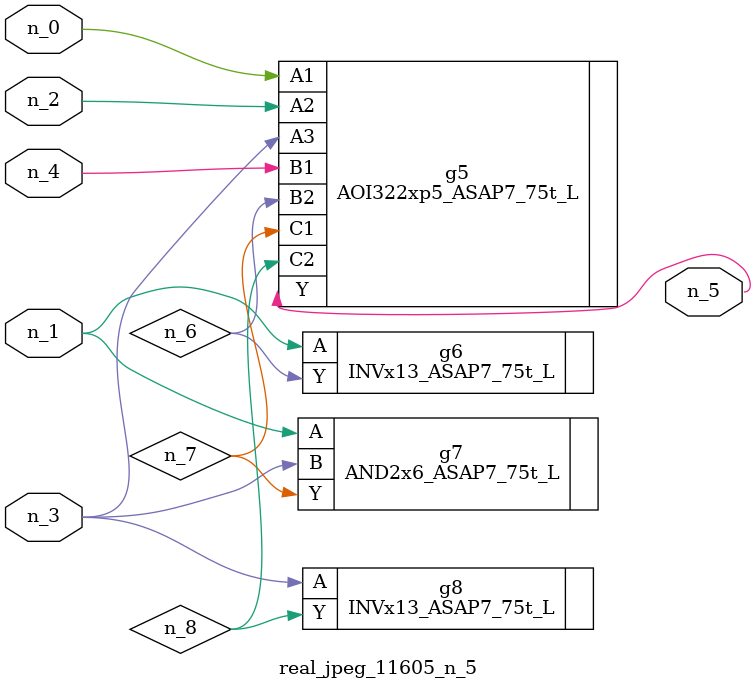
<source format=v>
module real_jpeg_11605_n_5 (n_4, n_0, n_1, n_2, n_3, n_5);

input n_4;
input n_0;
input n_1;
input n_2;
input n_3;

output n_5;

wire n_8;
wire n_6;
wire n_7;

AOI322xp5_ASAP7_75t_L g5 ( 
.A1(n_0),
.A2(n_2),
.A3(n_3),
.B1(n_4),
.B2(n_6),
.C1(n_7),
.C2(n_8),
.Y(n_5)
);

INVx13_ASAP7_75t_L g6 ( 
.A(n_1),
.Y(n_6)
);

AND2x6_ASAP7_75t_L g7 ( 
.A(n_1),
.B(n_3),
.Y(n_7)
);

INVx13_ASAP7_75t_L g8 ( 
.A(n_3),
.Y(n_8)
);


endmodule
</source>
